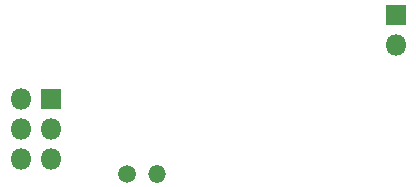
<source format=gbr>
%TF.GenerationSoftware,KiCad,Pcbnew,5.1.6*%
%TF.CreationDate,2020-10-24T08:35:36+02:00*%
%TF.ProjectId,MoCoBiBa_no_charger,4d6f436f-4269-4426-915f-6e6f5f636861,rev?*%
%TF.SameCoordinates,Original*%
%TF.FileFunction,Soldermask,Bot*%
%TF.FilePolarity,Negative*%
%FSLAX46Y46*%
G04 Gerber Fmt 4.6, Leading zero omitted, Abs format (unit mm)*
G04 Created by KiCad (PCBNEW 5.1.6) date 2020-10-24 08:35:36*
%MOMM*%
%LPD*%
G01*
G04 APERTURE LIST*
%ADD10O,1.500000X1.500000*%
%ADD11C,1.500000*%
%ADD12R,1.800000X1.800000*%
%ADD13O,1.800000X1.800000*%
G04 APERTURE END LIST*
D10*
%TO.C,R2*%
X45720000Y-59944000D03*
D11*
X43180000Y-59944000D03*
%TD*%
D12*
%TO.C,J2*%
X65913000Y-46482000D03*
D13*
X65913000Y-49022000D03*
%TD*%
D12*
%TO.C,J3*%
X36703000Y-53594000D03*
D13*
X34163000Y-53594000D03*
X36703000Y-56134000D03*
X34163000Y-56134000D03*
X36703000Y-58674000D03*
X34163000Y-58674000D03*
%TD*%
M02*

</source>
